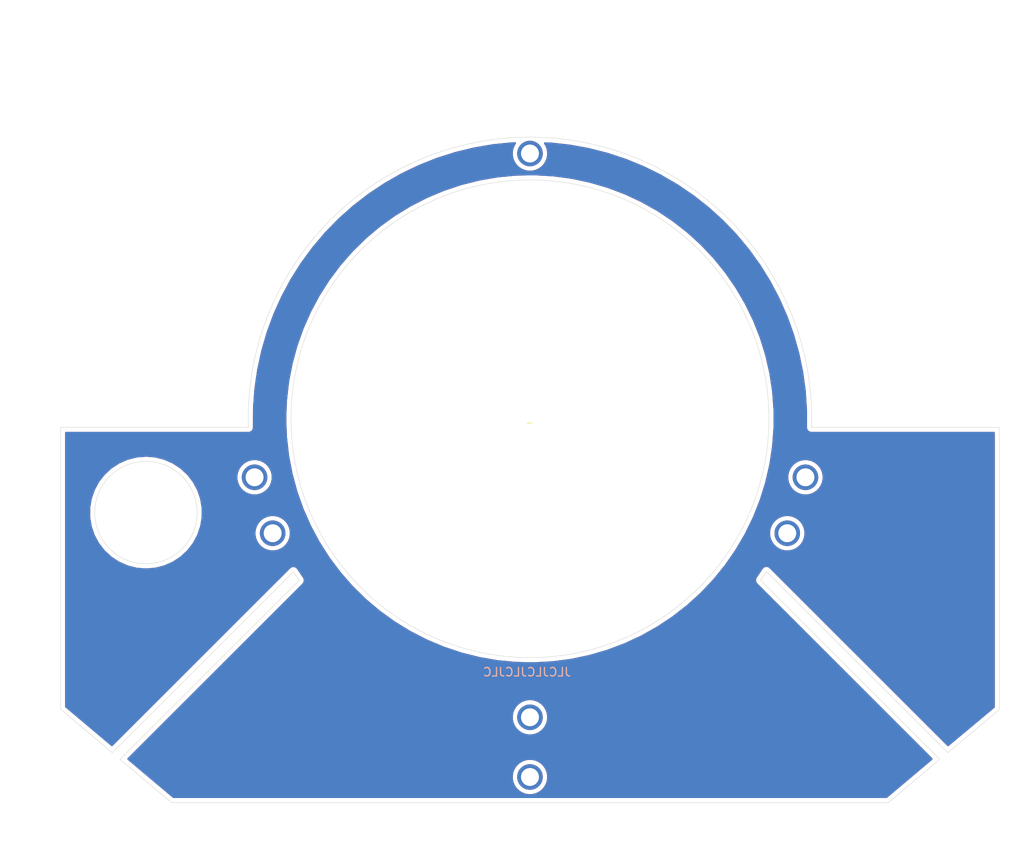
<source format=kicad_pcb>
(kicad_pcb (version 20171130) (host pcbnew "(5.1.4)-1")

  (general
    (thickness 1.6)
    (drawings 59)
    (tracks 0)
    (zones 0)
    (modules 1)
    (nets 1)
  )

  (page A4)
  (layers
    (0 F.Cu signal)
    (31 B.Cu signal)
    (32 B.Adhes user hide)
    (33 F.Adhes user hide)
    (34 B.Paste user hide)
    (35 F.Paste user hide)
    (36 B.SilkS user)
    (37 F.SilkS user hide)
    (38 B.Mask user hide)
    (39 F.Mask user hide)
    (40 Dwgs.User user hide)
    (41 Cmts.User user hide)
    (42 Eco1.User user hide)
    (43 Eco2.User user hide)
    (44 Edge.Cuts user)
    (45 Margin user hide)
    (46 B.CrtYd user hide)
    (47 F.CrtYd user hide)
    (48 B.Fab user hide)
    (49 F.Fab user hide)
  )

  (setup
    (last_trace_width 0.25)
    (trace_clearance 0.2)
    (zone_clearance 0.508)
    (zone_45_only no)
    (trace_min 0.2)
    (via_size 0.8)
    (via_drill 0.4)
    (via_min_size 0.4)
    (via_min_drill 0.3)
    (uvia_size 0.3)
    (uvia_drill 0.1)
    (uvias_allowed no)
    (uvia_min_size 0.2)
    (uvia_min_drill 0.1)
    (edge_width 0.05)
    (segment_width 0.2)
    (pcb_text_width 0.3)
    (pcb_text_size 1.5 1.5)
    (mod_edge_width 0.12)
    (mod_text_size 1 1)
    (mod_text_width 0.15)
    (pad_size 1.524 1.524)
    (pad_drill 0.762)
    (pad_to_mask_clearance 0.051)
    (solder_mask_min_width 0.25)
    (aux_axis_origin 0 0)
    (visible_elements 7FFFFFFF)
    (pcbplotparams
      (layerselection 0x010f0_ffffffff)
      (usegerberextensions true)
      (usegerberattributes false)
      (usegerberadvancedattributes false)
      (creategerberjobfile false)
      (excludeedgelayer true)
      (linewidth 0.100000)
      (plotframeref false)
      (viasonmask false)
      (mode 1)
      (useauxorigin false)
      (hpglpennumber 1)
      (hpglpenspeed 20)
      (hpglpendiameter 15.000000)
      (psnegative false)
      (psa4output false)
      (plotreference true)
      (plotvalue true)
      (plotinvisibletext false)
      (padsonsilk false)
      (subtractmaskfromsilk true)
      (outputformat 1)
      (mirror false)
      (drillshape 0)
      (scaleselection 1)
      (outputdirectory "C:/Users/kyemo/Documents/Keyboard/Akira_board/Gerbers/TopPlate/"))
  )

  (net 0 "")

  (net_class Default "This is the default net class."
    (clearance 0.2)
    (trace_width 0.25)
    (via_dia 0.8)
    (via_drill 0.4)
    (uvia_dia 0.3)
    (uvia_drill 0.1)
  )

  (module Encoder_Ring:Mouse_Pad (layer F.Cu) (tedit 63FF612F) (tstamp 64005BBE)
    (at 147.1 94.2)
    (fp_text reference ~ (at 0 0.5) (layer F.SilkS)
      (effects (font (size 1 1) (thickness 0.15)))
    )
    (fp_text value Mouse_Pad (at 0 -0.5) (layer F.Fab)
      (effects (font (size 1 1) (thickness 0.15)))
    )
    (fp_line (start -37 11) (end -53 10.999999) (layer Dwgs.User) (width 0.12))
    (fp_line (start -45 3) (end -45 18.999999) (layer Dwgs.User) (width 0.12))
    (fp_line (start 0 0) (end 0 28) (layer Dwgs.User) (width 0.2))
    (fp_line (start 0 0) (end 28 0) (layer Dwgs.User) (width 0.2))
    (fp_line (start 0 0) (end 0 -28) (layer Dwgs.User) (width 0.2))
    (fp_line (start 0 0) (end -28 0) (layer Dwgs.User) (width 0.2))
    (fp_circle (center 0 -31.1) (end 1.05 -31.1) (layer Dwgs.User) (width 0.2))
    (fp_circle (center 32.27887 6.861085) (end 33.32887 6.861085) (layer Dwgs.User) (width 0.2))
    (fp_circle (center 30.147 13.422309) (end 31.197 13.422309) (layer Dwgs.User) (width 0.2))
    (fp_circle (center 0 42) (end 1.05 42) (layer Dwgs.User) (width 0.2))
    (fp_circle (center 0 35) (end 1.05 35) (layer Dwgs.User) (width 0.2))
    (fp_circle (center -30.147 13.422309) (end -29.097 13.422309) (layer Dwgs.User) (width 0.2))
    (fp_circle (center -32.27887 6.861085) (end -31.22887 6.861085) (layer Dwgs.User) (width 0.2))
    (fp_circle (center -45 10.999999) (end -37 10.999999) (layer Dwgs.User) (width 0.2))
    (fp_line (start -48.950004 39.149159) (end -24.08338 14.282535) (layer Dwgs.User) (width 0.2))
    (fp_line (start -48.027239 39.923451) (end -23.431836 15.328047) (layer Dwgs.User) (width 0.2))
    (fp_line (start 48.027239 39.923451) (end 23.431836 15.328047) (layer Dwgs.User) (width 0.2))
    (fp_line (start 48.950004 39.149159) (end 24.08338 14.282535) (layer Dwgs.User) (width 0.2))
    (fp_line (start 55 1) (end 27.982137 0.999999) (layer Dwgs.User) (width 0.2))
    (fp_arc (start 0 0) (end 32.984845 1) (angle -183.4730032) (layer Dwgs.User) (width 0.2))
    (fp_line (start -55 1) (end -27.982137 0.999999) (layer Dwgs.User) (width 0.2))
    (fp_circle (center 0 0) (end 28 0) (layer Dwgs.User) (width 0.2))
    (fp_line (start 0 -49) (end -41.977244 -49) (layer Dwgs.User) (width 0.2))
    (fp_line (start 0 45) (end -41.977244 45) (layer Dwgs.User) (width 0.2))
    (fp_line (start -41.977244 45) (end -55 34.07261) (layer Dwgs.User) (width 0.2))
    (fp_line (start -55 34.07261) (end -55 -38.07261) (layer Dwgs.User) (width 0.2))
    (fp_line (start -41.977244 -49) (end -55 -38.07261) (layer Dwgs.User) (width 0.2))
    (fp_line (start 0 -49) (end 41.977244 -49) (layer Dwgs.User) (width 0.2))
    (fp_line (start 0 45) (end 41.977244 45) (layer Dwgs.User) (width 0.2))
    (fp_line (start 41.977244 45) (end 55 34.07261) (layer Dwgs.User) (width 0.2))
    (fp_line (start 55 34.07261) (end 55 -38.07261) (layer Dwgs.User) (width 0.2))
    (fp_line (start 41.977244 -49) (end 55 -38.07261) (layer Dwgs.User) (width 0.2))
    (pad "" thru_hole circle (at 0 42) (size 3 3) (drill 2.1) (layers *.Cu *.Mask))
    (pad "" thru_hole circle (at 0 35) (size 3 3) (drill 2.1) (layers *.Cu *.Mask))
    (pad "" thru_hole circle (at -30.15 13.42) (size 3 3) (drill 2.1) (layers *.Cu *.Mask))
    (pad "" thru_hole circle (at -32.27 6.86) (size 3 3) (drill 2.1) (layers *.Cu *.Mask))
    (pad "" thru_hole circle (at 0 -31.1) (size 3 3) (drill 2.1) (layers *.Cu *.Mask))
    (pad "" thru_hole circle (at 32.28 6.86) (size 3 3) (drill 2.1) (layers *.Cu *.Mask))
    (pad "" thru_hole circle (at 30.15 13.42) (size 3 3) (drill 2.1) (layers *.Cu *.Mask))
  )

  (gr_text JLCJLCJLCJLC (at 146.75 123.9) (layer B.SilkS)
    (effects (font (size 1 1) (thickness 0.15)) (justify mirror))
  )
  (gr_circle (center 147.1 94.2) (end 123.025 108.5) (layer Edge.Cuts) (width 0.05))
  (gr_line (start 120.060217 113.142842) (end 99.075 134.125) (layer Edge.Cuts) (width 0.05) (tstamp 64047E6B))
  (gr_line (start 98.15 133.35) (end 119.375001 112.124999) (layer Edge.Cuts) (width 0.05) (tstamp 64047E6A))
  (gr_line (start 174.810263 112.106632) (end 196.05 133.35) (layer Edge.Cuts) (width 0.05) (tstamp 64047E69))
  (gr_line (start 195.125 134.125) (end 174.124999 113.124999) (layer Edge.Cuts) (width 0.05) (tstamp 64047E68))
  (gr_arc (start 147.1 94.2) (end 174.124999 113.124999) (angle -2.131766664) (layer Edge.Cuts) (width 0.05))
  (gr_arc (start 147.1 94.2) (end 119.375001 112.124999) (angle -2.129522304) (layer Edge.Cuts) (width 0.05))
  (gr_arc (start 147.1 94.2) (end 114.115156 95.199999) (angle -176.5269968) (layer Dwgs.User) (width 0.15))
  (gr_line (start 195.125 134.125) (end 189.1 139.2) (layer Edge.Cuts) (width 0.05) (tstamp 64047D92))
  (gr_line (start 202.1 128.3) (end 196.05 133.35) (layer Edge.Cuts) (width 0.05) (tstamp 64047D91))
  (gr_line (start 99.075 134.125) (end 105.1 139.2) (layer Edge.Cuts) (width 0.05) (tstamp 64047D8E))
  (gr_line (start 92.1 128.25) (end 98.15 133.35) (layer Edge.Cuts) (width 0.05) (tstamp 64047D8D))
  (gr_circle (center 102.1 105.2) (end 108.1 105.2) (layer Edge.Cuts) (width 0.05))
  (gr_arc (start 147.1 94.2) (end 180.099999 95.199999) (angle -183.4714092) (layer Edge.Cuts) (width 0.05))
  (gr_line (start 92.1 95.2) (end 114.1 95.2) (layer Edge.Cuts) (width 0.05))
  (gr_line (start 92.1 128.25) (end 92.1 95.2) (layer Edge.Cuts) (width 0.05))
  (gr_line (start 202.1 95.2) (end 180.1 95.2) (layer Edge.Cuts) (width 0.05))
  (gr_line (start 202.1 128.3) (end 202.1 95.2) (layer Edge.Cuts) (width 0.05))
  (gr_line (start 150 100) (end 184.4 97) (layer B.Fab) (width 0.15))
  (gr_line (start 150 100) (end 188.4 93.2) (layer B.Fab) (width 0.15))
  (gr_line (start 150 100) (end 187.4 90) (layer B.Fab) (width 0.15))
  (gr_line (start 150 100) (end 182.4 88.2) (layer B.Fab) (width 0.15))
  (gr_line (start 150 100) (end 185.2 83.6) (layer B.Fab) (width 0.15))
  (gr_line (start 150 100) (end 179.8 82.8) (layer B.Fab) (width 0.15))
  (gr_line (start 150 100) (end 181.6 77.8) (layer B.Fab) (width 0.15))
  (gr_line (start 150 100) (end 179.6 75.2) (layer B.Fab) (width 0.15))
  (gr_line (start 150 100) (end 177.4 72.6) (layer B.Fab) (width 0.15))
  (gr_line (start 150 100) (end 172 73.8) (layer B.Fab) (width 0.15))
  (gr_line (start 150 100) (end 172.2 68.2) (layer B.Fab) (width 0.15))
  (gr_line (start 150 100) (end 167.2 70.2) (layer B.Fab) (width 0.15))
  (gr_line (start 150 100) (end 166.4 64.8) (layer B.Fab) (width 0.15))
  (gr_line (start 150 100) (end 161.8 67.6) (layer B.Fab) (width 0.15))
  (gr_line (start 150 100) (end 160 62.6) (layer B.Fab) (width 0.15))
  (gr_line (start 150 100) (end 156 66) (layer B.Fab) (width 0.15))
  (gr_line (start 150 100) (end 153.4 61.4) (layer B.Fab) (width 0.15))
  (gr_line (start 150 100) (end 150 65.6) (layer B.Fab) (width 0.15))
  (gr_line (start 150 100) (end 146.6 61.4) (layer B.Fab) (width 0.15))
  (gr_line (start 150 100) (end 144 66.2) (layer B.Fab) (width 0.15))
  (gr_line (start 150 100) (end 140 62.8) (layer B.Fab) (width 0.15))
  (gr_line (start 150 100) (end 138.2 67.6) (layer B.Fab) (width 0.15))
  (gr_line (start 150 100) (end 133.6 65) (layer B.Fab) (width 0.15))
  (gr_line (start 150 100) (end 132.8 70.2) (layer B.Fab) (width 0.15))
  (gr_line (start 150 100) (end 127.8 68.2) (layer B.Fab) (width 0.15))
  (gr_line (start 150 100) (end 111.4 96.6) (layer B.Fab) (width 0.15))
  (gr_line (start 150 100) (end 128 73.8) (layer B.Fab) (width 0.15))
  (gr_line (start 150 100) (end 122.6 72.6) (layer B.Fab) (width 0.15))
  (gr_line (start 150 100) (end 123.8 78) (layer B.Fab) (width 0.15))
  (gr_line (start 150 100) (end 118.4 77.8) (layer B.Fab) (width 0.15))
  (gr_line (start 150 100) (end 120.2 82.8) (layer B.Fab) (width 0.15))
  (gr_line (start 150 100) (end 115 83.6) (layer B.Fab) (width 0.15))
  (gr_line (start 150 100) (end 117.8 88.2) (layer B.Fab) (width 0.15))
  (gr_line (start 150 100) (end 112.6 90) (layer B.Fab) (width 0.15))
  (gr_line (start 150 100) (end 116 94) (layer B.Fab) (width 0.15))
  (gr_circle (center 150 100) (end 147.6 61.4) (layer Cmts.User) (width 0.15))
  (gr_line (start 105.1 139.2) (end 189.1 139.2) (layer Edge.Cuts) (width 0.05) (tstamp 64013FC2))
  (gr_circle (center 150 100) (end 184.368008 100) (layer Cmts.User) (width 0.15))
  (gr_text A-C-B (at 147.1 125.95) (layer Dwgs.User)
    (effects (font (size 1 1) (thickness 0.15)))
  )
  (gr_text B-C-A (at 102.1 95.95) (layer Dwgs.User)
    (effects (font (size 1 1) (thickness 0.15)))
  )

  (zone (net 0) (net_name "") (layer F.Cu) (tstamp 64048313) (hatch edge 0.508)
    (connect_pads (clearance 0.508))
    (min_thickness 0.254)
    (fill yes (arc_segments 32) (thermal_gap 0.508) (thermal_bridge_width 0.508))
    (polygon
      (pts
        (xy 85 60) (xy 205 60) (xy 205 145) (xy 85 145)
      )
    )
    (filled_polygon
      (pts
        (xy 145.207988 62.088698) (xy 145.047047 62.477244) (xy 144.965 62.889721) (xy 144.965 63.310279) (xy 145.047047 63.722756)
        (xy 145.207988 64.111302) (xy 145.441637 64.460983) (xy 145.739017 64.758363) (xy 146.088698 64.992012) (xy 146.477244 65.152953)
        (xy 146.889721 65.235) (xy 147.310279 65.235) (xy 147.722756 65.152953) (xy 148.111302 64.992012) (xy 148.460983 64.758363)
        (xy 148.758363 64.460983) (xy 148.992012 64.111302) (xy 149.152953 63.722756) (xy 149.235 63.310279) (xy 149.235 62.889721)
        (xy 149.152953 62.477244) (xy 148.992012 62.088698) (xy 148.872464 61.909782) (xy 149.505818 61.934825) (xy 151.750645 62.18124)
        (xy 153.972833 62.583648) (xy 156.161548 63.140093) (xy 158.306108 63.847856) (xy 160.396059 64.703486) (xy 162.421238 65.702822)
        (xy 164.37179 66.841001) (xy 166.238188 68.112469) (xy 168.011343 69.511029) (xy 169.68261 71.029863) (xy 171.243872 72.661593)
        (xy 172.687501 74.398249) (xy 174.006472 76.23138) (xy 175.194351 78.152041) (xy 176.245367 80.150905) (xy 177.154385 82.218205)
        (xy 177.916984 84.343886) (xy 178.52944 86.517566) (xy 178.988781 88.728697) (xy 179.29276 90.96647) (xy 179.439999 93.221528)
        (xy 179.439999 95.167591) (xy 179.436807 95.2) (xy 179.44955 95.329383) (xy 179.48729 95.453793) (xy 179.548575 95.56845)
        (xy 179.631052 95.668948) (xy 179.73155 95.751425) (xy 179.846207 95.81271) (xy 179.970617 95.85045) (xy 180.067581 95.86)
        (xy 201.440001 95.86) (xy 201.44 127.991199) (xy 196.090194 132.45674) (xy 175.254071 111.617056) (xy 175.17876 111.555239)
        (xy 175.064108 111.493944) (xy 174.939701 111.456194) (xy 174.810319 111.44344) (xy 174.680936 111.456172) (xy 174.556523 111.493901)
        (xy 174.499794 111.524217) (xy 174.499769 111.524229) (xy 174.499743 111.524244) (xy 174.441861 111.555176) (xy 174.341355 111.637644)
        (xy 174.25887 111.738135) (xy 174.244012 111.765927) (xy 173.594919 112.73054) (xy 173.573574 112.756549) (xy 173.512289 112.871207)
        (xy 173.47455 112.995617) (xy 173.461807 113.124999) (xy 173.47455 113.254381) (xy 173.512289 113.378791) (xy 173.573574 113.493449)
        (xy 173.635385 113.568765) (xy 194.149971 134.083352) (xy 188.859074 138.54) (xy 105.340927 138.54) (xy 102.313256 135.989721)
        (xy 144.965 135.989721) (xy 144.965 136.410279) (xy 145.047047 136.822756) (xy 145.207988 137.211302) (xy 145.441637 137.560983)
        (xy 145.739017 137.858363) (xy 146.088698 138.092012) (xy 146.477244 138.252953) (xy 146.889721 138.335) (xy 147.310279 138.335)
        (xy 147.722756 138.252953) (xy 148.111302 138.092012) (xy 148.460983 137.858363) (xy 148.758363 137.560983) (xy 148.992012 137.211302)
        (xy 149.152953 136.822756) (xy 149.235 136.410279) (xy 149.235 135.989721) (xy 149.152953 135.577244) (xy 148.992012 135.188698)
        (xy 148.758363 134.839017) (xy 148.460983 134.541637) (xy 148.111302 134.307988) (xy 147.722756 134.147047) (xy 147.310279 134.065)
        (xy 146.889721 134.065) (xy 146.477244 134.147047) (xy 146.088698 134.307988) (xy 145.739017 134.541637) (xy 145.441637 134.839017)
        (xy 145.207988 135.188698) (xy 145.047047 135.577244) (xy 144.965 135.989721) (xy 102.313256 135.989721) (xy 100.050069 134.083386)
        (xy 105.144476 128.989721) (xy 144.965 128.989721) (xy 144.965 129.410279) (xy 145.047047 129.822756) (xy 145.207988 130.211302)
        (xy 145.441637 130.560983) (xy 145.739017 130.858363) (xy 146.088698 131.092012) (xy 146.477244 131.252953) (xy 146.889721 131.335)
        (xy 147.310279 131.335) (xy 147.722756 131.252953) (xy 148.111302 131.092012) (xy 148.460983 130.858363) (xy 148.758363 130.560983)
        (xy 148.992012 130.211302) (xy 149.152953 129.822756) (xy 149.235 129.410279) (xy 149.235 128.989721) (xy 149.152953 128.577244)
        (xy 148.992012 128.188698) (xy 148.758363 127.839017) (xy 148.460983 127.541637) (xy 148.111302 127.307988) (xy 147.722756 127.147047)
        (xy 147.310279 127.065) (xy 146.889721 127.065) (xy 146.477244 127.147047) (xy 146.088698 127.307988) (xy 145.739017 127.541637)
        (xy 145.441637 127.839017) (xy 145.207988 128.188698) (xy 145.047047 128.577244) (xy 144.965 128.989721) (xy 105.144476 128.989721)
        (xy 120.549799 113.586645) (xy 120.611615 113.511332) (xy 120.672908 113.396679) (xy 120.710657 113.272272) (xy 120.723409 113.142891)
        (xy 120.710676 113.013507) (xy 120.672945 112.889094) (xy 120.611669 112.774432) (xy 120.590263 112.748345) (xy 119.941237 111.78426)
        (xy 119.926426 111.75655) (xy 119.843949 111.656051) (xy 119.74345 111.573574) (xy 119.685398 111.542545) (xy 119.685375 111.542532)
        (xy 119.685353 111.542521) (xy 119.628793 111.51229) (xy 119.504383 111.47455) (xy 119.375 111.461807) (xy 119.245617 111.47455)
        (xy 119.121208 111.51229) (xy 119.00655 111.573574) (xy 118.931234 111.635386) (xy 98.111929 132.454691) (xy 92.76 127.94315)
        (xy 92.76 104.64837) (xy 95.442816 104.64837) (xy 95.442816 105.75163) (xy 95.624406 106.839843) (xy 95.982634 107.883325)
        (xy 96.507728 108.853614) (xy 97.185364 109.724241) (xy 97.997059 110.471459) (xy 98.920671 111.074885) (xy 99.931008 111.518059)
        (xy 101.000508 111.788894) (xy 102.1 111.88) (xy 103.199492 111.788894) (xy 104.268992 111.518059) (xy 105.279329 111.074885)
        (xy 106.202941 110.471459) (xy 107.014636 109.724241) (xy 107.692272 108.853614) (xy 108.217366 107.883325) (xy 108.379954 107.409721)
        (xy 114.815 107.409721) (xy 114.815 107.830279) (xy 114.897047 108.242756) (xy 115.057988 108.631302) (xy 115.291637 108.980983)
        (xy 115.589017 109.278363) (xy 115.938698 109.512012) (xy 116.327244 109.672953) (xy 116.739721 109.755) (xy 117.160279 109.755)
        (xy 117.572756 109.672953) (xy 117.961302 109.512012) (xy 118.310983 109.278363) (xy 118.608363 108.980983) (xy 118.842012 108.631302)
        (xy 119.002953 108.242756) (xy 119.085 107.830279) (xy 119.085 107.409721) (xy 119.002953 106.997244) (xy 118.842012 106.608698)
        (xy 118.608363 106.259017) (xy 118.310983 105.961637) (xy 117.961302 105.727988) (xy 117.572756 105.567047) (xy 117.160279 105.485)
        (xy 116.739721 105.485) (xy 116.327244 105.567047) (xy 115.938698 105.727988) (xy 115.589017 105.961637) (xy 115.291637 106.259017)
        (xy 115.057988 106.608698) (xy 114.897047 106.997244) (xy 114.815 107.409721) (xy 108.379954 107.409721) (xy 108.575594 106.839843)
        (xy 108.757184 105.75163) (xy 108.757184 104.64837) (xy 108.575594 103.560157) (xy 108.217366 102.516675) (xy 107.692272 101.546386)
        (xy 107.150037 100.849721) (xy 112.695 100.849721) (xy 112.695 101.270279) (xy 112.777047 101.682756) (xy 112.937988 102.071302)
        (xy 113.171637 102.420983) (xy 113.469017 102.718363) (xy 113.818698 102.952012) (xy 114.207244 103.112953) (xy 114.619721 103.195)
        (xy 115.040279 103.195) (xy 115.452756 103.112953) (xy 115.841302 102.952012) (xy 116.190983 102.718363) (xy 116.488363 102.420983)
        (xy 116.722012 102.071302) (xy 116.882953 101.682756) (xy 116.965 101.270279) (xy 116.965 100.849721) (xy 116.882953 100.437244)
        (xy 116.722012 100.048698) (xy 116.488363 99.699017) (xy 116.190983 99.401637) (xy 115.841302 99.167988) (xy 115.452756 99.007047)
        (xy 115.040279 98.925) (xy 114.619721 98.925) (xy 114.207244 99.007047) (xy 113.818698 99.167988) (xy 113.469017 99.401637)
        (xy 113.171637 99.699017) (xy 112.937988 100.048698) (xy 112.777047 100.437244) (xy 112.695 100.849721) (xy 107.150037 100.849721)
        (xy 107.014636 100.675759) (xy 106.202941 99.928541) (xy 105.279329 99.325115) (xy 104.268992 98.881941) (xy 103.199492 98.611106)
        (xy 102.1 98.52) (xy 101.000508 98.611106) (xy 99.931008 98.881941) (xy 98.920671 99.325115) (xy 97.997059 99.928541)
        (xy 97.185364 100.675759) (xy 96.507728 101.546386) (xy 95.982634 102.516675) (xy 95.624406 103.560157) (xy 95.442816 104.64837)
        (xy 92.76 104.64837) (xy 92.76 95.86) (xy 114.132419 95.86) (xy 114.229383 95.85045) (xy 114.353793 95.81271)
        (xy 114.46845 95.751425) (xy 114.568948 95.668948) (xy 114.651425 95.56845) (xy 114.71271 95.453793) (xy 114.75045 95.329383)
        (xy 114.763193 95.2) (xy 114.760151 95.169109) (xy 114.764621 94.2) (xy 118.418292 94.2) (xy 118.500435 96.369162)
        (xy 118.746394 98.525898) (xy 119.15476 100.657857) (xy 119.723193 102.752825) (xy 120.448439 104.798804) (xy 121.326342 106.784074)
        (xy 122.351874 108.697263) (xy 123.519161 110.527413) (xy 124.821518 112.264041) (xy 126.251483 113.897201) (xy 127.800867 115.417536)
        (xy 129.460794 116.816339) (xy 131.221757 118.085598) (xy 133.07367 119.218042) (xy 135.005924 120.207185) (xy 137.007451 121.047362)
        (xy 139.066788 121.733759) (xy 141.172139 122.262445) (xy 143.311443 122.630392) (xy 145.472449 122.835493) (xy 147.642776 122.876572)
        (xy 149.809995 122.753394) (xy 151.961691 122.466665) (xy 154.08554 122.018027) (xy 156.169376 121.410049) (xy 158.201264 120.646216)
        (xy 160.169564 119.7309) (xy 162.063004 118.669346) (xy 163.870736 117.467634) (xy 165.582407 116.132647) (xy 167.188213 114.672031)
        (xy 168.678956 113.094154) (xy 170.046096 111.408053) (xy 171.281802 109.623385) (xy 172.378998 107.750374) (xy 172.545322 107.409721)
        (xy 175.115 107.409721) (xy 175.115 107.830279) (xy 175.197047 108.242756) (xy 175.357988 108.631302) (xy 175.591637 108.980983)
        (xy 175.889017 109.278363) (xy 176.238698 109.512012) (xy 176.627244 109.672953) (xy 177.039721 109.755) (xy 177.460279 109.755)
        (xy 177.872756 109.672953) (xy 178.261302 109.512012) (xy 178.610983 109.278363) (xy 178.908363 108.980983) (xy 179.142012 108.631302)
        (xy 179.302953 108.242756) (xy 179.385 107.830279) (xy 179.385 107.409721) (xy 179.302953 106.997244) (xy 179.142012 106.608698)
        (xy 178.908363 106.259017) (xy 178.610983 105.961637) (xy 178.261302 105.727988) (xy 177.872756 105.567047) (xy 177.460279 105.485)
        (xy 177.039721 105.485) (xy 176.627244 105.567047) (xy 176.238698 105.727988) (xy 175.889017 105.961637) (xy 175.591637 106.259017)
        (xy 175.357988 106.608698) (xy 175.197047 106.997244) (xy 175.115 107.409721) (xy 172.545322 107.409721) (xy 173.331398 105.799747)
        (xy 174.133547 103.782678) (xy 174.78085 101.710721) (xy 174.979818 100.849721) (xy 177.245 100.849721) (xy 177.245 101.270279)
        (xy 177.327047 101.682756) (xy 177.487988 102.071302) (xy 177.721637 102.420983) (xy 178.019017 102.718363) (xy 178.368698 102.952012)
        (xy 178.757244 103.112953) (xy 179.169721 103.195) (xy 179.590279 103.195) (xy 180.002756 103.112953) (xy 180.391302 102.952012)
        (xy 180.740983 102.718363) (xy 181.038363 102.420983) (xy 181.272012 102.071302) (xy 181.432953 101.682756) (xy 181.515 101.270279)
        (xy 181.515 100.849721) (xy 181.432953 100.437244) (xy 181.272012 100.048698) (xy 181.038363 99.699017) (xy 180.740983 99.401637)
        (xy 180.391302 99.167988) (xy 180.002756 99.007047) (xy 179.590279 98.925) (xy 179.169721 98.925) (xy 178.757244 99.007047)
        (xy 178.368698 99.167988) (xy 178.019017 99.401637) (xy 177.721637 99.699017) (xy 177.487988 100.048698) (xy 177.327047 100.437244)
        (xy 177.245 100.849721) (xy 174.979818 100.849721) (xy 175.2696 99.595742) (xy 175.596996 97.449858) (xy 175.761165 95.285358)
        (xy 175.761165 93.114642) (xy 175.596996 90.950142) (xy 175.2696 88.804258) (xy 174.78085 86.689279) (xy 174.133547 84.617322)
        (xy 173.331398 82.600253) (xy 172.378998 80.649626) (xy 171.281802 78.776615) (xy 170.046096 76.991947) (xy 168.678956 75.305846)
        (xy 167.188213 73.727969) (xy 165.582407 72.267353) (xy 163.870736 70.932366) (xy 162.063004 69.730654) (xy 160.169564 68.6691)
        (xy 158.201264 67.753784) (xy 156.169376 66.989951) (xy 154.08554 66.381973) (xy 151.961691 65.933335) (xy 149.809995 65.646606)
        (xy 147.642776 65.523428) (xy 145.472449 65.564507) (xy 143.311443 65.769608) (xy 141.172139 66.137555) (xy 139.066788 66.666241)
        (xy 137.007451 67.352638) (xy 135.005924 68.192815) (xy 133.07367 69.181958) (xy 131.221757 70.314402) (xy 129.460794 71.583661)
        (xy 127.800867 72.982464) (xy 126.251483 74.502799) (xy 124.821518 76.135959) (xy 123.519161 77.872587) (xy 122.351874 79.702737)
        (xy 121.326342 81.615926) (xy 120.448439 83.601196) (xy 119.723193 85.647175) (xy 119.15476 87.742143) (xy 118.746394 89.874102)
        (xy 118.500435 92.030838) (xy 118.418292 94.2) (xy 114.764621 94.2) (xy 114.770518 92.921694) (xy 114.938441 90.669611)
        (xy 115.26305 88.434749) (xy 115.74277 86.227946) (xy 116.375257 84.059996) (xy 117.15743 81.941451) (xy 118.085484 79.882619)
        (xy 119.154887 77.893556) (xy 120.360441 75.983921) (xy 121.696271 74.163033) (xy 123.155856 72.439773) (xy 124.732107 70.822514)
        (xy 126.417316 69.319161) (xy 128.203308 67.937011) (xy 130.081338 66.682829) (xy 132.042302 65.562695) (xy 134.076624 64.58208)
        (xy 136.174388 63.745763) (xy 138.325376 63.057818) (xy 140.519128 62.52159) (xy 142.74493 62.1397) (xy 144.991959 61.914002)
        (xy 145.331593 61.90371)
      )
    )
  )
  (zone (net 0) (net_name "") (layer B.Cu) (tstamp 64048310) (hatch edge 0.508)
    (connect_pads (clearance 0.508))
    (min_thickness 0.254)
    (fill yes (arc_segments 32) (thermal_gap 0.508) (thermal_bridge_width 0.508))
    (polygon
      (pts
        (xy 85 60) (xy 205 60) (xy 205 145) (xy 85 145)
      )
    )
    (filled_polygon
      (pts
        (xy 145.207988 62.088698) (xy 145.047047 62.477244) (xy 144.965 62.889721) (xy 144.965 63.310279) (xy 145.047047 63.722756)
        (xy 145.207988 64.111302) (xy 145.441637 64.460983) (xy 145.739017 64.758363) (xy 146.088698 64.992012) (xy 146.477244 65.152953)
        (xy 146.889721 65.235) (xy 147.310279 65.235) (xy 147.722756 65.152953) (xy 148.111302 64.992012) (xy 148.460983 64.758363)
        (xy 148.758363 64.460983) (xy 148.992012 64.111302) (xy 149.152953 63.722756) (xy 149.235 63.310279) (xy 149.235 62.889721)
        (xy 149.152953 62.477244) (xy 148.992012 62.088698) (xy 148.872464 61.909782) (xy 149.505818 61.934825) (xy 151.750645 62.18124)
        (xy 153.972833 62.583648) (xy 156.161548 63.140093) (xy 158.306108 63.847856) (xy 160.396059 64.703486) (xy 162.421238 65.702822)
        (xy 164.37179 66.841001) (xy 166.238188 68.112469) (xy 168.011343 69.511029) (xy 169.68261 71.029863) (xy 171.243872 72.661593)
        (xy 172.687501 74.398249) (xy 174.006472 76.23138) (xy 175.194351 78.152041) (xy 176.245367 80.150905) (xy 177.154385 82.218205)
        (xy 177.916984 84.343886) (xy 178.52944 86.517566) (xy 178.988781 88.728697) (xy 179.29276 90.96647) (xy 179.439999 93.221528)
        (xy 179.439999 95.167591) (xy 179.436807 95.2) (xy 179.44955 95.329383) (xy 179.48729 95.453793) (xy 179.548575 95.56845)
        (xy 179.631052 95.668948) (xy 179.73155 95.751425) (xy 179.846207 95.81271) (xy 179.970617 95.85045) (xy 180.067581 95.86)
        (xy 201.440001 95.86) (xy 201.44 127.991199) (xy 196.090194 132.45674) (xy 175.254071 111.617056) (xy 175.17876 111.555239)
        (xy 175.064108 111.493944) (xy 174.939701 111.456194) (xy 174.810319 111.44344) (xy 174.680936 111.456172) (xy 174.556523 111.493901)
        (xy 174.499794 111.524217) (xy 174.499769 111.524229) (xy 174.499743 111.524244) (xy 174.441861 111.555176) (xy 174.341355 111.637644)
        (xy 174.25887 111.738135) (xy 174.244012 111.765927) (xy 173.594919 112.73054) (xy 173.573574 112.756549) (xy 173.512289 112.871207)
        (xy 173.47455 112.995617) (xy 173.461807 113.124999) (xy 173.47455 113.254381) (xy 173.512289 113.378791) (xy 173.573574 113.493449)
        (xy 173.635385 113.568765) (xy 194.149971 134.083352) (xy 188.859074 138.54) (xy 105.340927 138.54) (xy 102.313256 135.989721)
        (xy 144.965 135.989721) (xy 144.965 136.410279) (xy 145.047047 136.822756) (xy 145.207988 137.211302) (xy 145.441637 137.560983)
        (xy 145.739017 137.858363) (xy 146.088698 138.092012) (xy 146.477244 138.252953) (xy 146.889721 138.335) (xy 147.310279 138.335)
        (xy 147.722756 138.252953) (xy 148.111302 138.092012) (xy 148.460983 137.858363) (xy 148.758363 137.560983) (xy 148.992012 137.211302)
        (xy 149.152953 136.822756) (xy 149.235 136.410279) (xy 149.235 135.989721) (xy 149.152953 135.577244) (xy 148.992012 135.188698)
        (xy 148.758363 134.839017) (xy 148.460983 134.541637) (xy 148.111302 134.307988) (xy 147.722756 134.147047) (xy 147.310279 134.065)
        (xy 146.889721 134.065) (xy 146.477244 134.147047) (xy 146.088698 134.307988) (xy 145.739017 134.541637) (xy 145.441637 134.839017)
        (xy 145.207988 135.188698) (xy 145.047047 135.577244) (xy 144.965 135.989721) (xy 102.313256 135.989721) (xy 100.050069 134.083386)
        (xy 105.144476 128.989721) (xy 144.965 128.989721) (xy 144.965 129.410279) (xy 145.047047 129.822756) (xy 145.207988 130.211302)
        (xy 145.441637 130.560983) (xy 145.739017 130.858363) (xy 146.088698 131.092012) (xy 146.477244 131.252953) (xy 146.889721 131.335)
        (xy 147.310279 131.335) (xy 147.722756 131.252953) (xy 148.111302 131.092012) (xy 148.460983 130.858363) (xy 148.758363 130.560983)
        (xy 148.992012 130.211302) (xy 149.152953 129.822756) (xy 149.235 129.410279) (xy 149.235 128.989721) (xy 149.152953 128.577244)
        (xy 148.992012 128.188698) (xy 148.758363 127.839017) (xy 148.460983 127.541637) (xy 148.111302 127.307988) (xy 147.722756 127.147047)
        (xy 147.310279 127.065) (xy 146.889721 127.065) (xy 146.477244 127.147047) (xy 146.088698 127.307988) (xy 145.739017 127.541637)
        (xy 145.441637 127.839017) (xy 145.207988 128.188698) (xy 145.047047 128.577244) (xy 144.965 128.989721) (xy 105.144476 128.989721)
        (xy 120.549799 113.586645) (xy 120.611615 113.511332) (xy 120.672908 113.396679) (xy 120.710657 113.272272) (xy 120.723409 113.142891)
        (xy 120.710676 113.013507) (xy 120.672945 112.889094) (xy 120.611669 112.774432) (xy 120.590263 112.748345) (xy 119.941237 111.78426)
        (xy 119.926426 111.75655) (xy 119.843949 111.656051) (xy 119.74345 111.573574) (xy 119.685398 111.542545) (xy 119.685375 111.542532)
        (xy 119.685353 111.542521) (xy 119.628793 111.51229) (xy 119.504383 111.47455) (xy 119.375 111.461807) (xy 119.245617 111.47455)
        (xy 119.121208 111.51229) (xy 119.00655 111.573574) (xy 118.931234 111.635386) (xy 98.111929 132.454691) (xy 92.76 127.94315)
        (xy 92.76 104.64837) (xy 95.442816 104.64837) (xy 95.442816 105.75163) (xy 95.624406 106.839843) (xy 95.982634 107.883325)
        (xy 96.507728 108.853614) (xy 97.185364 109.724241) (xy 97.997059 110.471459) (xy 98.920671 111.074885) (xy 99.931008 111.518059)
        (xy 101.000508 111.788894) (xy 102.1 111.88) (xy 103.199492 111.788894) (xy 104.268992 111.518059) (xy 105.279329 111.074885)
        (xy 106.202941 110.471459) (xy 107.014636 109.724241) (xy 107.692272 108.853614) (xy 108.217366 107.883325) (xy 108.379954 107.409721)
        (xy 114.815 107.409721) (xy 114.815 107.830279) (xy 114.897047 108.242756) (xy 115.057988 108.631302) (xy 115.291637 108.980983)
        (xy 115.589017 109.278363) (xy 115.938698 109.512012) (xy 116.327244 109.672953) (xy 116.739721 109.755) (xy 117.160279 109.755)
        (xy 117.572756 109.672953) (xy 117.961302 109.512012) (xy 118.310983 109.278363) (xy 118.608363 108.980983) (xy 118.842012 108.631302)
        (xy 119.002953 108.242756) (xy 119.085 107.830279) (xy 119.085 107.409721) (xy 119.002953 106.997244) (xy 118.842012 106.608698)
        (xy 118.608363 106.259017) (xy 118.310983 105.961637) (xy 117.961302 105.727988) (xy 117.572756 105.567047) (xy 117.160279 105.485)
        (xy 116.739721 105.485) (xy 116.327244 105.567047) (xy 115.938698 105.727988) (xy 115.589017 105.961637) (xy 115.291637 106.259017)
        (xy 115.057988 106.608698) (xy 114.897047 106.997244) (xy 114.815 107.409721) (xy 108.379954 107.409721) (xy 108.575594 106.839843)
        (xy 108.757184 105.75163) (xy 108.757184 104.64837) (xy 108.575594 103.560157) (xy 108.217366 102.516675) (xy 107.692272 101.546386)
        (xy 107.150037 100.849721) (xy 112.695 100.849721) (xy 112.695 101.270279) (xy 112.777047 101.682756) (xy 112.937988 102.071302)
        (xy 113.171637 102.420983) (xy 113.469017 102.718363) (xy 113.818698 102.952012) (xy 114.207244 103.112953) (xy 114.619721 103.195)
        (xy 115.040279 103.195) (xy 115.452756 103.112953) (xy 115.841302 102.952012) (xy 116.190983 102.718363) (xy 116.488363 102.420983)
        (xy 116.722012 102.071302) (xy 116.882953 101.682756) (xy 116.965 101.270279) (xy 116.965 100.849721) (xy 116.882953 100.437244)
        (xy 116.722012 100.048698) (xy 116.488363 99.699017) (xy 116.190983 99.401637) (xy 115.841302 99.167988) (xy 115.452756 99.007047)
        (xy 115.040279 98.925) (xy 114.619721 98.925) (xy 114.207244 99.007047) (xy 113.818698 99.167988) (xy 113.469017 99.401637)
        (xy 113.171637 99.699017) (xy 112.937988 100.048698) (xy 112.777047 100.437244) (xy 112.695 100.849721) (xy 107.150037 100.849721)
        (xy 107.014636 100.675759) (xy 106.202941 99.928541) (xy 105.279329 99.325115) (xy 104.268992 98.881941) (xy 103.199492 98.611106)
        (xy 102.1 98.52) (xy 101.000508 98.611106) (xy 99.931008 98.881941) (xy 98.920671 99.325115) (xy 97.997059 99.928541)
        (xy 97.185364 100.675759) (xy 96.507728 101.546386) (xy 95.982634 102.516675) (xy 95.624406 103.560157) (xy 95.442816 104.64837)
        (xy 92.76 104.64837) (xy 92.76 95.86) (xy 114.132419 95.86) (xy 114.229383 95.85045) (xy 114.353793 95.81271)
        (xy 114.46845 95.751425) (xy 114.568948 95.668948) (xy 114.651425 95.56845) (xy 114.71271 95.453793) (xy 114.75045 95.329383)
        (xy 114.763193 95.2) (xy 114.760151 95.169109) (xy 114.764621 94.2) (xy 118.418292 94.2) (xy 118.500435 96.369162)
        (xy 118.746394 98.525898) (xy 119.15476 100.657857) (xy 119.723193 102.752825) (xy 120.448439 104.798804) (xy 121.326342 106.784074)
        (xy 122.351874 108.697263) (xy 123.519161 110.527413) (xy 124.821518 112.264041) (xy 126.251483 113.897201) (xy 127.800867 115.417536)
        (xy 129.460794 116.816339) (xy 131.221757 118.085598) (xy 133.07367 119.218042) (xy 135.005924 120.207185) (xy 137.007451 121.047362)
        (xy 139.066788 121.733759) (xy 141.172139 122.262445) (xy 143.311443 122.630392) (xy 145.472449 122.835493) (xy 147.642776 122.876572)
        (xy 149.809995 122.753394) (xy 151.961691 122.466665) (xy 154.08554 122.018027) (xy 156.169376 121.410049) (xy 158.201264 120.646216)
        (xy 160.169564 119.7309) (xy 162.063004 118.669346) (xy 163.870736 117.467634) (xy 165.582407 116.132647) (xy 167.188213 114.672031)
        (xy 168.678956 113.094154) (xy 170.046096 111.408053) (xy 171.281802 109.623385) (xy 172.378998 107.750374) (xy 172.545322 107.409721)
        (xy 175.115 107.409721) (xy 175.115 107.830279) (xy 175.197047 108.242756) (xy 175.357988 108.631302) (xy 175.591637 108.980983)
        (xy 175.889017 109.278363) (xy 176.238698 109.512012) (xy 176.627244 109.672953) (xy 177.039721 109.755) (xy 177.460279 109.755)
        (xy 177.872756 109.672953) (xy 178.261302 109.512012) (xy 178.610983 109.278363) (xy 178.908363 108.980983) (xy 179.142012 108.631302)
        (xy 179.302953 108.242756) (xy 179.385 107.830279) (xy 179.385 107.409721) (xy 179.302953 106.997244) (xy 179.142012 106.608698)
        (xy 178.908363 106.259017) (xy 178.610983 105.961637) (xy 178.261302 105.727988) (xy 177.872756 105.567047) (xy 177.460279 105.485)
        (xy 177.039721 105.485) (xy 176.627244 105.567047) (xy 176.238698 105.727988) (xy 175.889017 105.961637) (xy 175.591637 106.259017)
        (xy 175.357988 106.608698) (xy 175.197047 106.997244) (xy 175.115 107.409721) (xy 172.545322 107.409721) (xy 173.331398 105.799747)
        (xy 174.133547 103.782678) (xy 174.78085 101.710721) (xy 174.979818 100.849721) (xy 177.245 100.849721) (xy 177.245 101.270279)
        (xy 177.327047 101.682756) (xy 177.487988 102.071302) (xy 177.721637 102.420983) (xy 178.019017 102.718363) (xy 178.368698 102.952012)
        (xy 178.757244 103.112953) (xy 179.169721 103.195) (xy 179.590279 103.195) (xy 180.002756 103.112953) (xy 180.391302 102.952012)
        (xy 180.740983 102.718363) (xy 181.038363 102.420983) (xy 181.272012 102.071302) (xy 181.432953 101.682756) (xy 181.515 101.270279)
        (xy 181.515 100.849721) (xy 181.432953 100.437244) (xy 181.272012 100.048698) (xy 181.038363 99.699017) (xy 180.740983 99.401637)
        (xy 180.391302 99.167988) (xy 180.002756 99.007047) (xy 179.590279 98.925) (xy 179.169721 98.925) (xy 178.757244 99.007047)
        (xy 178.368698 99.167988) (xy 178.019017 99.401637) (xy 177.721637 99.699017) (xy 177.487988 100.048698) (xy 177.327047 100.437244)
        (xy 177.245 100.849721) (xy 174.979818 100.849721) (xy 175.2696 99.595742) (xy 175.596996 97.449858) (xy 175.761165 95.285358)
        (xy 175.761165 93.114642) (xy 175.596996 90.950142) (xy 175.2696 88.804258) (xy 174.78085 86.689279) (xy 174.133547 84.617322)
        (xy 173.331398 82.600253) (xy 172.378998 80.649626) (xy 171.281802 78.776615) (xy 170.046096 76.991947) (xy 168.678956 75.305846)
        (xy 167.188213 73.727969) (xy 165.582407 72.267353) (xy 163.870736 70.932366) (xy 162.063004 69.730654) (xy 160.169564 68.6691)
        (xy 158.201264 67.753784) (xy 156.169376 66.989951) (xy 154.08554 66.381973) (xy 151.961691 65.933335) (xy 149.809995 65.646606)
        (xy 147.642776 65.523428) (xy 145.472449 65.564507) (xy 143.311443 65.769608) (xy 141.172139 66.137555) (xy 139.066788 66.666241)
        (xy 137.007451 67.352638) (xy 135.005924 68.192815) (xy 133.07367 69.181958) (xy 131.221757 70.314402) (xy 129.460794 71.583661)
        (xy 127.800867 72.982464) (xy 126.251483 74.502799) (xy 124.821518 76.135959) (xy 123.519161 77.872587) (xy 122.351874 79.702737)
        (xy 121.326342 81.615926) (xy 120.448439 83.601196) (xy 119.723193 85.647175) (xy 119.15476 87.742143) (xy 118.746394 89.874102)
        (xy 118.500435 92.030838) (xy 118.418292 94.2) (xy 114.764621 94.2) (xy 114.770518 92.921694) (xy 114.938441 90.669611)
        (xy 115.26305 88.434749) (xy 115.74277 86.227946) (xy 116.375257 84.059996) (xy 117.15743 81.941451) (xy 118.085484 79.882619)
        (xy 119.154887 77.893556) (xy 120.360441 75.983921) (xy 121.696271 74.163033) (xy 123.155856 72.439773) (xy 124.732107 70.822514)
        (xy 126.417316 69.319161) (xy 128.203308 67.937011) (xy 130.081338 66.682829) (xy 132.042302 65.562695) (xy 134.076624 64.58208)
        (xy 136.174388 63.745763) (xy 138.325376 63.057818) (xy 140.519128 62.52159) (xy 142.74493 62.1397) (xy 144.991959 61.914002)
        (xy 145.331593 61.90371)
      )
    )
  )
)

</source>
